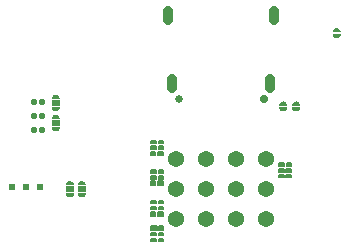
<source format=gbs>
G04 EAGLE Gerber RS-274X export*
G75*
%MOMM*%
%FSLAX34Y34*%
%LPD*%
%IN11_Solder Mask Bottom*%
%IPPOS*%
%AMOC8*
5,1,8,0,0,1.08239X$1,22.5*%
G01*
%ADD10C,0.720000*%
%ADD11C,0.670000*%
%ADD12C,0.870000*%
%ADD13C,0.870000*%
%ADD14C,0.570000*%
%ADD15R,0.670000X0.470000*%
%ADD16C,1.370000*%
%ADD17C,0.620000*%
%ADD18C,0.144300*%
%ADD19C,0.169200*%

G36*
X110422Y154021D02*
X110422Y154021D01*
X110423Y154021D01*
X111242Y154223D01*
X111243Y154223D01*
X111991Y154615D01*
X111991Y154616D01*
X111992Y154616D01*
X112623Y155175D01*
X112623Y155176D01*
X112624Y155176D01*
X113103Y155871D01*
X113104Y155872D01*
X113403Y156661D01*
X113403Y156662D01*
X113505Y157499D01*
X113501Y157505D01*
X113501Y157504D01*
X113500Y157505D01*
X106500Y157505D01*
X106495Y157501D01*
X106496Y157500D01*
X106495Y157499D01*
X106597Y156662D01*
X106597Y156661D01*
X106896Y155872D01*
X106897Y155871D01*
X107376Y155176D01*
X107377Y155176D01*
X107377Y155175D01*
X108008Y154616D01*
X108009Y154616D01*
X108009Y154615D01*
X108757Y154223D01*
X108758Y154223D01*
X109577Y154021D01*
X109578Y154021D01*
X110422Y154021D01*
X110422Y154021D01*
G37*
G36*
X348422Y215771D02*
X348422Y215771D01*
X348423Y215771D01*
X349242Y215973D01*
X349243Y215973D01*
X349991Y216365D01*
X349991Y216366D01*
X349992Y216366D01*
X350623Y216925D01*
X350623Y216926D01*
X350624Y216926D01*
X351103Y217621D01*
X351104Y217622D01*
X351403Y218411D01*
X351403Y218412D01*
X351404Y218418D01*
X351405Y218423D01*
X351406Y218433D01*
X351406Y218438D01*
X351408Y218453D01*
X351409Y218458D01*
X351410Y218468D01*
X351411Y218473D01*
X351412Y218483D01*
X351412Y218488D01*
X351414Y218498D01*
X351414Y218503D01*
X351415Y218513D01*
X351416Y218513D01*
X351415Y218513D01*
X351416Y218518D01*
X351418Y218533D01*
X351418Y218537D01*
X351419Y218538D01*
X351420Y218547D01*
X351420Y218552D01*
X351422Y218562D01*
X351422Y218567D01*
X351423Y218577D01*
X351424Y218582D01*
X351426Y218597D01*
X351426Y218602D01*
X351428Y218612D01*
X351428Y218617D01*
X351429Y218627D01*
X351430Y218632D01*
X351431Y218642D01*
X351432Y218647D01*
X351434Y218662D01*
X351434Y218667D01*
X351435Y218677D01*
X351436Y218682D01*
X351437Y218692D01*
X351438Y218696D01*
X351438Y218697D01*
X351439Y218706D01*
X351440Y218711D01*
X351441Y218721D01*
X351441Y218726D01*
X351442Y218731D01*
X351443Y218741D01*
X351444Y218746D01*
X351445Y218756D01*
X351446Y218761D01*
X351447Y218771D01*
X351447Y218776D01*
X351449Y218786D01*
X351449Y218791D01*
X351451Y218806D01*
X351452Y218811D01*
X351453Y218821D01*
X351453Y218826D01*
X351454Y218826D01*
X351453Y218826D01*
X351455Y218836D01*
X351455Y218841D01*
X351457Y218851D01*
X351457Y218855D01*
X351457Y218856D01*
X351459Y218870D01*
X351460Y218875D01*
X351461Y218885D01*
X351461Y218890D01*
X351463Y218900D01*
X351463Y218905D01*
X351464Y218915D01*
X351465Y218920D01*
X351467Y218935D01*
X351467Y218940D01*
X351469Y218950D01*
X351469Y218955D01*
X351470Y218965D01*
X351471Y218970D01*
X351472Y218980D01*
X351473Y218985D01*
X351474Y218995D01*
X351475Y219000D01*
X351476Y219014D01*
X351476Y219015D01*
X351477Y219019D01*
X351477Y219020D01*
X351478Y219029D01*
X351479Y219034D01*
X351480Y219044D01*
X351481Y219049D01*
X351482Y219059D01*
X351482Y219064D01*
X351484Y219079D01*
X351485Y219084D01*
X351486Y219094D01*
X351487Y219099D01*
X351488Y219109D01*
X351488Y219114D01*
X351489Y219114D01*
X351488Y219114D01*
X351490Y219124D01*
X351490Y219129D01*
X351492Y219144D01*
X351493Y219149D01*
X351494Y219159D01*
X351495Y219164D01*
X351496Y219173D01*
X351496Y219174D01*
X351496Y219178D01*
X351496Y219179D01*
X351498Y219188D01*
X351498Y219193D01*
X351500Y219208D01*
X351501Y219213D01*
X351502Y219223D01*
X351502Y219228D01*
X351504Y219238D01*
X351504Y219243D01*
X351505Y219249D01*
X351501Y219255D01*
X351501Y219254D01*
X351500Y219255D01*
X344500Y219255D01*
X344495Y219251D01*
X344496Y219250D01*
X344495Y219249D01*
X344597Y218412D01*
X344597Y218411D01*
X344896Y217622D01*
X344897Y217621D01*
X345376Y216926D01*
X345377Y216926D01*
X345377Y216925D01*
X346008Y216366D01*
X346009Y216366D01*
X346009Y216365D01*
X346757Y215973D01*
X346758Y215973D01*
X347577Y215771D01*
X347578Y215771D01*
X348422Y215771D01*
X348422Y215771D01*
G37*
G36*
X314022Y153771D02*
X314022Y153771D01*
X314023Y153771D01*
X314842Y153973D01*
X314843Y153973D01*
X315591Y154365D01*
X315591Y154366D01*
X315592Y154366D01*
X316223Y154925D01*
X316223Y154926D01*
X316224Y154926D01*
X316703Y155621D01*
X316704Y155622D01*
X317003Y156411D01*
X317003Y156412D01*
X317004Y156418D01*
X317005Y156423D01*
X317006Y156433D01*
X317006Y156438D01*
X317008Y156453D01*
X317009Y156458D01*
X317010Y156468D01*
X317011Y156473D01*
X317012Y156483D01*
X317012Y156488D01*
X317014Y156498D01*
X317014Y156503D01*
X317015Y156513D01*
X317016Y156513D01*
X317015Y156513D01*
X317016Y156518D01*
X317018Y156533D01*
X317018Y156537D01*
X317019Y156538D01*
X317020Y156547D01*
X317020Y156552D01*
X317022Y156562D01*
X317022Y156567D01*
X317023Y156577D01*
X317024Y156582D01*
X317026Y156597D01*
X317026Y156602D01*
X317028Y156612D01*
X317028Y156617D01*
X317029Y156627D01*
X317030Y156632D01*
X317031Y156642D01*
X317032Y156647D01*
X317034Y156662D01*
X317034Y156667D01*
X317035Y156677D01*
X317036Y156682D01*
X317037Y156692D01*
X317038Y156696D01*
X317038Y156697D01*
X317039Y156706D01*
X317040Y156711D01*
X317041Y156721D01*
X317041Y156726D01*
X317042Y156731D01*
X317043Y156741D01*
X317044Y156746D01*
X317045Y156756D01*
X317046Y156761D01*
X317047Y156771D01*
X317047Y156776D01*
X317049Y156786D01*
X317049Y156791D01*
X317051Y156806D01*
X317052Y156811D01*
X317053Y156821D01*
X317053Y156826D01*
X317054Y156826D01*
X317053Y156826D01*
X317055Y156836D01*
X317055Y156841D01*
X317057Y156851D01*
X317057Y156855D01*
X317057Y156856D01*
X317059Y156870D01*
X317060Y156875D01*
X317061Y156885D01*
X317061Y156890D01*
X317063Y156900D01*
X317063Y156905D01*
X317064Y156915D01*
X317065Y156920D01*
X317067Y156935D01*
X317067Y156940D01*
X317069Y156950D01*
X317069Y156955D01*
X317070Y156965D01*
X317071Y156970D01*
X317072Y156980D01*
X317073Y156985D01*
X317074Y156995D01*
X317075Y157000D01*
X317076Y157014D01*
X317076Y157015D01*
X317077Y157019D01*
X317077Y157020D01*
X317078Y157029D01*
X317079Y157034D01*
X317080Y157044D01*
X317081Y157049D01*
X317082Y157059D01*
X317082Y157064D01*
X317084Y157079D01*
X317085Y157084D01*
X317086Y157094D01*
X317087Y157099D01*
X317088Y157109D01*
X317088Y157114D01*
X317089Y157114D01*
X317088Y157114D01*
X317090Y157124D01*
X317090Y157129D01*
X317092Y157144D01*
X317093Y157149D01*
X317094Y157159D01*
X317095Y157164D01*
X317096Y157173D01*
X317096Y157174D01*
X317096Y157178D01*
X317096Y157179D01*
X317098Y157188D01*
X317098Y157193D01*
X317100Y157208D01*
X317101Y157213D01*
X317102Y157223D01*
X317102Y157228D01*
X317104Y157238D01*
X317104Y157243D01*
X317105Y157249D01*
X317101Y157255D01*
X317101Y157254D01*
X317100Y157255D01*
X310100Y157255D01*
X310095Y157251D01*
X310096Y157250D01*
X310095Y157249D01*
X310197Y156412D01*
X310197Y156411D01*
X310496Y155622D01*
X310497Y155621D01*
X310976Y154926D01*
X310977Y154926D01*
X310977Y154925D01*
X311608Y154366D01*
X311609Y154366D01*
X311609Y154365D01*
X312357Y153973D01*
X312358Y153973D01*
X313177Y153771D01*
X313178Y153771D01*
X314022Y153771D01*
X314022Y153771D01*
G37*
G36*
X303022Y153771D02*
X303022Y153771D01*
X303023Y153771D01*
X303842Y153973D01*
X303843Y153973D01*
X304591Y154365D01*
X304591Y154366D01*
X304592Y154366D01*
X305223Y154925D01*
X305223Y154926D01*
X305224Y154926D01*
X305703Y155621D01*
X305704Y155622D01*
X306003Y156411D01*
X306003Y156412D01*
X306004Y156418D01*
X306005Y156423D01*
X306006Y156433D01*
X306006Y156438D01*
X306008Y156453D01*
X306009Y156458D01*
X306010Y156468D01*
X306011Y156473D01*
X306012Y156483D01*
X306012Y156488D01*
X306014Y156498D01*
X306014Y156503D01*
X306015Y156513D01*
X306016Y156513D01*
X306015Y156513D01*
X306016Y156518D01*
X306018Y156533D01*
X306018Y156537D01*
X306019Y156538D01*
X306020Y156547D01*
X306020Y156552D01*
X306022Y156562D01*
X306022Y156567D01*
X306023Y156577D01*
X306024Y156582D01*
X306026Y156597D01*
X306026Y156602D01*
X306028Y156612D01*
X306028Y156617D01*
X306029Y156627D01*
X306030Y156632D01*
X306031Y156642D01*
X306032Y156647D01*
X306034Y156662D01*
X306034Y156667D01*
X306035Y156677D01*
X306036Y156682D01*
X306037Y156692D01*
X306038Y156696D01*
X306038Y156697D01*
X306039Y156706D01*
X306040Y156711D01*
X306041Y156721D01*
X306041Y156726D01*
X306042Y156731D01*
X306043Y156741D01*
X306044Y156746D01*
X306045Y156756D01*
X306046Y156761D01*
X306047Y156771D01*
X306047Y156776D01*
X306049Y156786D01*
X306049Y156791D01*
X306051Y156806D01*
X306052Y156811D01*
X306053Y156821D01*
X306053Y156826D01*
X306054Y156826D01*
X306053Y156826D01*
X306055Y156836D01*
X306055Y156841D01*
X306057Y156851D01*
X306057Y156855D01*
X306057Y156856D01*
X306059Y156870D01*
X306060Y156875D01*
X306061Y156885D01*
X306061Y156890D01*
X306063Y156900D01*
X306063Y156905D01*
X306064Y156915D01*
X306065Y156920D01*
X306067Y156935D01*
X306067Y156940D01*
X306069Y156950D01*
X306069Y156955D01*
X306070Y156965D01*
X306071Y156970D01*
X306072Y156980D01*
X306073Y156985D01*
X306074Y156995D01*
X306075Y157000D01*
X306076Y157014D01*
X306076Y157015D01*
X306077Y157019D01*
X306077Y157020D01*
X306078Y157029D01*
X306079Y157034D01*
X306080Y157044D01*
X306081Y157049D01*
X306082Y157059D01*
X306082Y157064D01*
X306084Y157079D01*
X306085Y157084D01*
X306086Y157094D01*
X306087Y157099D01*
X306088Y157109D01*
X306088Y157114D01*
X306089Y157114D01*
X306088Y157114D01*
X306090Y157124D01*
X306090Y157129D01*
X306092Y157144D01*
X306093Y157149D01*
X306094Y157159D01*
X306095Y157164D01*
X306096Y157173D01*
X306096Y157174D01*
X306096Y157178D01*
X306096Y157179D01*
X306098Y157188D01*
X306098Y157193D01*
X306100Y157208D01*
X306101Y157213D01*
X306102Y157223D01*
X306102Y157228D01*
X306104Y157238D01*
X306104Y157243D01*
X306105Y157249D01*
X306101Y157255D01*
X306101Y157254D01*
X306100Y157255D01*
X299100Y157255D01*
X299095Y157251D01*
X299096Y157250D01*
X299095Y157249D01*
X299197Y156412D01*
X299197Y156411D01*
X299496Y155622D01*
X299497Y155621D01*
X299976Y154926D01*
X299977Y154926D01*
X299977Y154925D01*
X300608Y154366D01*
X300609Y154366D01*
X300609Y154365D01*
X301357Y153973D01*
X301358Y153973D01*
X302177Y153771D01*
X302178Y153771D01*
X303022Y153771D01*
X303022Y153771D01*
G37*
G36*
X110422Y137021D02*
X110422Y137021D01*
X110423Y137021D01*
X111242Y137223D01*
X111243Y137223D01*
X111991Y137615D01*
X111991Y137616D01*
X111992Y137616D01*
X112623Y138175D01*
X112623Y138176D01*
X112624Y138176D01*
X113103Y138871D01*
X113104Y138872D01*
X113403Y139661D01*
X113403Y139662D01*
X113404Y139668D01*
X113405Y139673D01*
X113406Y139683D01*
X113406Y139688D01*
X113408Y139703D01*
X113409Y139708D01*
X113410Y139718D01*
X113411Y139723D01*
X113412Y139733D01*
X113412Y139738D01*
X113414Y139748D01*
X113414Y139753D01*
X113415Y139763D01*
X113416Y139763D01*
X113415Y139763D01*
X113416Y139768D01*
X113418Y139783D01*
X113418Y139787D01*
X113419Y139788D01*
X113420Y139797D01*
X113420Y139802D01*
X113422Y139812D01*
X113422Y139817D01*
X113423Y139827D01*
X113424Y139832D01*
X113426Y139847D01*
X113426Y139852D01*
X113428Y139862D01*
X113428Y139867D01*
X113429Y139877D01*
X113430Y139882D01*
X113431Y139892D01*
X113432Y139897D01*
X113434Y139912D01*
X113434Y139917D01*
X113435Y139927D01*
X113436Y139932D01*
X113437Y139942D01*
X113438Y139946D01*
X113438Y139947D01*
X113439Y139956D01*
X113440Y139961D01*
X113441Y139971D01*
X113441Y139976D01*
X113442Y139981D01*
X113443Y139991D01*
X113444Y139996D01*
X113445Y140006D01*
X113446Y140011D01*
X113447Y140021D01*
X113447Y140026D01*
X113449Y140036D01*
X113449Y140041D01*
X113451Y140056D01*
X113452Y140061D01*
X113453Y140071D01*
X113453Y140076D01*
X113454Y140076D01*
X113453Y140076D01*
X113455Y140086D01*
X113455Y140091D01*
X113457Y140101D01*
X113457Y140105D01*
X113457Y140106D01*
X113459Y140120D01*
X113460Y140125D01*
X113461Y140135D01*
X113461Y140140D01*
X113463Y140150D01*
X113463Y140155D01*
X113464Y140165D01*
X113465Y140170D01*
X113467Y140185D01*
X113467Y140190D01*
X113469Y140200D01*
X113469Y140205D01*
X113470Y140215D01*
X113471Y140220D01*
X113472Y140230D01*
X113473Y140235D01*
X113474Y140245D01*
X113475Y140250D01*
X113476Y140264D01*
X113476Y140265D01*
X113477Y140269D01*
X113477Y140270D01*
X113478Y140279D01*
X113479Y140284D01*
X113480Y140294D01*
X113481Y140299D01*
X113482Y140309D01*
X113482Y140314D01*
X113484Y140329D01*
X113485Y140334D01*
X113486Y140344D01*
X113487Y140349D01*
X113488Y140359D01*
X113488Y140364D01*
X113489Y140364D01*
X113488Y140364D01*
X113490Y140374D01*
X113490Y140379D01*
X113492Y140394D01*
X113493Y140399D01*
X113494Y140409D01*
X113495Y140414D01*
X113496Y140423D01*
X113496Y140424D01*
X113496Y140428D01*
X113496Y140429D01*
X113498Y140438D01*
X113498Y140443D01*
X113500Y140458D01*
X113501Y140463D01*
X113502Y140473D01*
X113502Y140478D01*
X113504Y140488D01*
X113504Y140493D01*
X113505Y140499D01*
X113501Y140505D01*
X113501Y140504D01*
X113500Y140505D01*
X106500Y140505D01*
X106495Y140501D01*
X106496Y140500D01*
X106495Y140499D01*
X106597Y139662D01*
X106597Y139661D01*
X106896Y138872D01*
X106897Y138871D01*
X107376Y138176D01*
X107377Y138176D01*
X107377Y138175D01*
X108008Y137616D01*
X108009Y137616D01*
X108009Y137615D01*
X108757Y137223D01*
X108758Y137223D01*
X109577Y137021D01*
X109578Y137021D01*
X110422Y137021D01*
X110422Y137021D01*
G37*
G36*
X132422Y81021D02*
X132422Y81021D01*
X132423Y81021D01*
X133242Y81223D01*
X133243Y81223D01*
X133991Y81615D01*
X133991Y81616D01*
X133992Y81616D01*
X134623Y82175D01*
X134623Y82176D01*
X134624Y82176D01*
X135103Y82871D01*
X135104Y82872D01*
X135403Y83661D01*
X135403Y83662D01*
X135404Y83668D01*
X135405Y83673D01*
X135406Y83683D01*
X135406Y83688D01*
X135408Y83703D01*
X135409Y83708D01*
X135410Y83718D01*
X135411Y83723D01*
X135412Y83733D01*
X135412Y83738D01*
X135414Y83748D01*
X135414Y83753D01*
X135415Y83763D01*
X135416Y83763D01*
X135415Y83763D01*
X135416Y83768D01*
X135418Y83783D01*
X135418Y83787D01*
X135419Y83788D01*
X135420Y83797D01*
X135420Y83802D01*
X135422Y83812D01*
X135422Y83817D01*
X135423Y83827D01*
X135424Y83832D01*
X135426Y83847D01*
X135426Y83852D01*
X135428Y83862D01*
X135428Y83867D01*
X135429Y83877D01*
X135430Y83882D01*
X135431Y83892D01*
X135432Y83897D01*
X135434Y83912D01*
X135434Y83917D01*
X135435Y83927D01*
X135436Y83932D01*
X135437Y83942D01*
X135438Y83946D01*
X135438Y83947D01*
X135439Y83956D01*
X135440Y83961D01*
X135441Y83971D01*
X135441Y83976D01*
X135442Y83981D01*
X135443Y83991D01*
X135444Y83996D01*
X135445Y84006D01*
X135446Y84011D01*
X135447Y84021D01*
X135447Y84026D01*
X135449Y84036D01*
X135449Y84041D01*
X135451Y84056D01*
X135452Y84061D01*
X135453Y84071D01*
X135453Y84076D01*
X135454Y84076D01*
X135453Y84076D01*
X135455Y84086D01*
X135455Y84091D01*
X135457Y84101D01*
X135457Y84105D01*
X135457Y84106D01*
X135459Y84120D01*
X135460Y84125D01*
X135461Y84135D01*
X135461Y84140D01*
X135463Y84150D01*
X135463Y84155D01*
X135464Y84165D01*
X135465Y84170D01*
X135467Y84185D01*
X135467Y84190D01*
X135469Y84200D01*
X135469Y84205D01*
X135470Y84215D01*
X135471Y84220D01*
X135472Y84230D01*
X135473Y84235D01*
X135474Y84245D01*
X135475Y84250D01*
X135476Y84264D01*
X135476Y84265D01*
X135477Y84269D01*
X135477Y84270D01*
X135478Y84279D01*
X135479Y84284D01*
X135480Y84294D01*
X135481Y84299D01*
X135482Y84309D01*
X135482Y84314D01*
X135484Y84329D01*
X135485Y84334D01*
X135486Y84344D01*
X135487Y84349D01*
X135488Y84359D01*
X135488Y84364D01*
X135489Y84364D01*
X135488Y84364D01*
X135490Y84374D01*
X135490Y84379D01*
X135492Y84394D01*
X135493Y84399D01*
X135494Y84409D01*
X135495Y84414D01*
X135496Y84423D01*
X135496Y84424D01*
X135496Y84428D01*
X135496Y84429D01*
X135498Y84438D01*
X135498Y84443D01*
X135500Y84458D01*
X135501Y84463D01*
X135502Y84473D01*
X135502Y84478D01*
X135504Y84488D01*
X135504Y84493D01*
X135505Y84499D01*
X135501Y84505D01*
X135501Y84504D01*
X135500Y84505D01*
X128500Y84505D01*
X128495Y84501D01*
X128496Y84500D01*
X128495Y84499D01*
X128597Y83662D01*
X128597Y83661D01*
X128896Y82872D01*
X128897Y82871D01*
X129376Y82176D01*
X129377Y82176D01*
X129377Y82175D01*
X130008Y81616D01*
X130009Y81616D01*
X130009Y81615D01*
X130757Y81223D01*
X130758Y81223D01*
X131577Y81021D01*
X131578Y81021D01*
X132422Y81021D01*
X132422Y81021D01*
G37*
G36*
X122422Y81021D02*
X122422Y81021D01*
X122423Y81021D01*
X123242Y81223D01*
X123243Y81223D01*
X123991Y81615D01*
X123991Y81616D01*
X123992Y81616D01*
X124623Y82175D01*
X124623Y82176D01*
X124624Y82176D01*
X125103Y82871D01*
X125104Y82872D01*
X125403Y83661D01*
X125403Y83662D01*
X125404Y83668D01*
X125405Y83673D01*
X125406Y83683D01*
X125406Y83688D01*
X125408Y83703D01*
X125409Y83708D01*
X125410Y83718D01*
X125411Y83723D01*
X125412Y83733D01*
X125412Y83738D01*
X125414Y83748D01*
X125414Y83753D01*
X125415Y83763D01*
X125416Y83763D01*
X125415Y83763D01*
X125416Y83768D01*
X125418Y83783D01*
X125418Y83787D01*
X125419Y83788D01*
X125420Y83797D01*
X125420Y83802D01*
X125422Y83812D01*
X125422Y83817D01*
X125423Y83827D01*
X125424Y83832D01*
X125426Y83847D01*
X125426Y83852D01*
X125428Y83862D01*
X125428Y83867D01*
X125429Y83877D01*
X125430Y83882D01*
X125431Y83892D01*
X125432Y83897D01*
X125434Y83912D01*
X125434Y83917D01*
X125435Y83927D01*
X125436Y83932D01*
X125437Y83942D01*
X125438Y83946D01*
X125438Y83947D01*
X125439Y83956D01*
X125440Y83961D01*
X125441Y83971D01*
X125441Y83976D01*
X125442Y83981D01*
X125443Y83991D01*
X125444Y83996D01*
X125445Y84006D01*
X125446Y84011D01*
X125447Y84021D01*
X125447Y84026D01*
X125449Y84036D01*
X125449Y84041D01*
X125451Y84056D01*
X125452Y84061D01*
X125453Y84071D01*
X125453Y84076D01*
X125454Y84076D01*
X125453Y84076D01*
X125455Y84086D01*
X125455Y84091D01*
X125457Y84101D01*
X125457Y84105D01*
X125457Y84106D01*
X125459Y84120D01*
X125460Y84125D01*
X125461Y84135D01*
X125461Y84140D01*
X125463Y84150D01*
X125463Y84155D01*
X125464Y84165D01*
X125465Y84170D01*
X125467Y84185D01*
X125467Y84190D01*
X125469Y84200D01*
X125469Y84205D01*
X125470Y84215D01*
X125471Y84220D01*
X125472Y84230D01*
X125473Y84235D01*
X125474Y84245D01*
X125475Y84250D01*
X125476Y84264D01*
X125476Y84265D01*
X125477Y84269D01*
X125477Y84270D01*
X125478Y84279D01*
X125479Y84284D01*
X125480Y84294D01*
X125481Y84299D01*
X125482Y84309D01*
X125482Y84314D01*
X125484Y84329D01*
X125485Y84334D01*
X125486Y84344D01*
X125487Y84349D01*
X125488Y84359D01*
X125488Y84364D01*
X125489Y84364D01*
X125488Y84364D01*
X125490Y84374D01*
X125490Y84379D01*
X125492Y84394D01*
X125493Y84399D01*
X125494Y84409D01*
X125495Y84414D01*
X125496Y84423D01*
X125496Y84424D01*
X125496Y84428D01*
X125496Y84429D01*
X125498Y84438D01*
X125498Y84443D01*
X125500Y84458D01*
X125501Y84463D01*
X125502Y84473D01*
X125502Y84478D01*
X125504Y84488D01*
X125504Y84493D01*
X125505Y84499D01*
X125501Y84505D01*
X125501Y84504D01*
X125500Y84505D01*
X118500Y84505D01*
X118495Y84501D01*
X118496Y84500D01*
X118495Y84499D01*
X118597Y83662D01*
X118597Y83661D01*
X118896Y82872D01*
X118897Y82871D01*
X119376Y82176D01*
X119377Y82176D01*
X119377Y82175D01*
X120008Y81616D01*
X120009Y81616D01*
X120009Y81615D01*
X120757Y81223D01*
X120758Y81223D01*
X121577Y81021D01*
X121578Y81021D01*
X122422Y81021D01*
X122422Y81021D01*
G37*
G36*
X351505Y220749D02*
X351505Y220749D01*
X351504Y220750D01*
X351505Y220751D01*
X351403Y221588D01*
X351403Y221589D01*
X351104Y222378D01*
X351103Y222379D01*
X350624Y223074D01*
X350623Y223074D01*
X350623Y223075D01*
X349992Y223634D01*
X349991Y223634D01*
X349991Y223635D01*
X349243Y224027D01*
X349242Y224027D01*
X348423Y224229D01*
X348422Y224229D01*
X347578Y224229D01*
X347577Y224229D01*
X346758Y224027D01*
X346757Y224027D01*
X346009Y223635D01*
X346009Y223634D01*
X346008Y223634D01*
X345377Y223075D01*
X345377Y223074D01*
X345376Y223074D01*
X344897Y222379D01*
X344896Y222378D01*
X344597Y221589D01*
X344597Y221588D01*
X344495Y220751D01*
X344499Y220745D01*
X344499Y220746D01*
X344500Y220745D01*
X351500Y220745D01*
X351505Y220749D01*
G37*
G36*
X317105Y158749D02*
X317105Y158749D01*
X317104Y158750D01*
X317105Y158751D01*
X317003Y159588D01*
X317003Y159589D01*
X316704Y160378D01*
X316703Y160379D01*
X316224Y161074D01*
X316223Y161074D01*
X316223Y161075D01*
X315592Y161634D01*
X315591Y161634D01*
X315591Y161635D01*
X314843Y162027D01*
X314842Y162027D01*
X314023Y162229D01*
X314022Y162229D01*
X313178Y162229D01*
X313177Y162229D01*
X312358Y162027D01*
X312357Y162027D01*
X311609Y161635D01*
X311609Y161634D01*
X311608Y161634D01*
X310977Y161075D01*
X310977Y161074D01*
X310976Y161074D01*
X310497Y160379D01*
X310496Y160378D01*
X310197Y159589D01*
X310197Y159588D01*
X310095Y158751D01*
X310099Y158745D01*
X310099Y158746D01*
X310100Y158745D01*
X317100Y158745D01*
X317105Y158749D01*
G37*
G36*
X306105Y158749D02*
X306105Y158749D01*
X306104Y158750D01*
X306105Y158751D01*
X306003Y159588D01*
X306003Y159589D01*
X305704Y160378D01*
X305703Y160379D01*
X305224Y161074D01*
X305223Y161074D01*
X305223Y161075D01*
X304592Y161634D01*
X304591Y161634D01*
X304591Y161635D01*
X303843Y162027D01*
X303842Y162027D01*
X303023Y162229D01*
X303022Y162229D01*
X302178Y162229D01*
X302177Y162229D01*
X301358Y162027D01*
X301357Y162027D01*
X300609Y161635D01*
X300609Y161634D01*
X300608Y161634D01*
X299977Y161075D01*
X299977Y161074D01*
X299976Y161074D01*
X299497Y160379D01*
X299496Y160378D01*
X299197Y159589D01*
X299197Y159588D01*
X299095Y158751D01*
X299099Y158745D01*
X299099Y158746D01*
X299100Y158745D01*
X306100Y158745D01*
X306105Y158749D01*
G37*
G36*
X113505Y147499D02*
X113505Y147499D01*
X113504Y147500D01*
X113505Y147501D01*
X113403Y148338D01*
X113403Y148339D01*
X113104Y149128D01*
X113103Y149129D01*
X112624Y149824D01*
X112623Y149824D01*
X112623Y149825D01*
X111992Y150384D01*
X111991Y150384D01*
X111991Y150385D01*
X111243Y150777D01*
X111242Y150777D01*
X110423Y150979D01*
X110422Y150979D01*
X109578Y150979D01*
X109577Y150979D01*
X108758Y150777D01*
X108757Y150777D01*
X108009Y150385D01*
X108009Y150384D01*
X108008Y150384D01*
X107377Y149825D01*
X107377Y149824D01*
X107376Y149824D01*
X106897Y149129D01*
X106896Y149128D01*
X106597Y148339D01*
X106597Y148338D01*
X106495Y147501D01*
X106499Y147495D01*
X106499Y147496D01*
X106500Y147495D01*
X113500Y147495D01*
X113505Y147499D01*
G37*
G36*
X135505Y91499D02*
X135505Y91499D01*
X135504Y91500D01*
X135505Y91501D01*
X135403Y92338D01*
X135403Y92339D01*
X135104Y93128D01*
X135103Y93129D01*
X134624Y93824D01*
X134623Y93824D01*
X134623Y93825D01*
X133992Y94384D01*
X133991Y94384D01*
X133991Y94385D01*
X133243Y94777D01*
X133242Y94777D01*
X132423Y94979D01*
X132422Y94979D01*
X131578Y94979D01*
X131577Y94979D01*
X130758Y94777D01*
X130757Y94777D01*
X130009Y94385D01*
X130009Y94384D01*
X130008Y94384D01*
X129377Y93825D01*
X129377Y93824D01*
X129376Y93824D01*
X128897Y93129D01*
X128896Y93128D01*
X128597Y92339D01*
X128597Y92338D01*
X128495Y91501D01*
X128499Y91495D01*
X128499Y91496D01*
X128500Y91495D01*
X135500Y91495D01*
X135505Y91499D01*
G37*
G36*
X125505Y91499D02*
X125505Y91499D01*
X125504Y91500D01*
X125505Y91501D01*
X125403Y92338D01*
X125403Y92339D01*
X125104Y93128D01*
X125103Y93129D01*
X124624Y93824D01*
X124623Y93824D01*
X124623Y93825D01*
X123992Y94384D01*
X123991Y94384D01*
X123991Y94385D01*
X123243Y94777D01*
X123242Y94777D01*
X122423Y94979D01*
X122422Y94979D01*
X121578Y94979D01*
X121577Y94979D01*
X120758Y94777D01*
X120757Y94777D01*
X120009Y94385D01*
X120009Y94384D01*
X120008Y94384D01*
X119377Y93825D01*
X119377Y93824D01*
X119376Y93824D01*
X118897Y93129D01*
X118896Y93128D01*
X118597Y92339D01*
X118597Y92338D01*
X118495Y91501D01*
X118499Y91495D01*
X118499Y91496D01*
X118500Y91495D01*
X125500Y91495D01*
X125505Y91499D01*
G37*
G36*
X113505Y164499D02*
X113505Y164499D01*
X113504Y164500D01*
X113505Y164501D01*
X113403Y165338D01*
X113403Y165339D01*
X113104Y166128D01*
X113103Y166129D01*
X112624Y166824D01*
X112623Y166824D01*
X112623Y166825D01*
X111992Y167384D01*
X111991Y167384D01*
X111991Y167385D01*
X111243Y167777D01*
X111242Y167777D01*
X110423Y167979D01*
X110422Y167979D01*
X109578Y167979D01*
X109577Y167979D01*
X108758Y167777D01*
X108757Y167777D01*
X108009Y167385D01*
X108009Y167384D01*
X108008Y167384D01*
X107377Y166825D01*
X107377Y166824D01*
X107376Y166824D01*
X106897Y166129D01*
X106896Y166128D01*
X106597Y165339D01*
X106597Y165338D01*
X106596Y165335D01*
X106596Y165330D01*
X106595Y165320D01*
X106594Y165316D01*
X106594Y165315D01*
X106593Y165306D01*
X106592Y165301D01*
X106590Y165286D01*
X106590Y165281D01*
X106589Y165271D01*
X106588Y165266D01*
X106587Y165256D01*
X106586Y165251D01*
X106585Y165241D01*
X106584Y165236D01*
X106583Y165221D01*
X106582Y165216D01*
X106581Y165206D01*
X106580Y165201D01*
X106579Y165191D01*
X106578Y165186D01*
X106577Y165176D01*
X106577Y165171D01*
X106575Y165157D01*
X106575Y165156D01*
X106574Y165152D01*
X106574Y165151D01*
X106573Y165142D01*
X106572Y165137D01*
X106571Y165127D01*
X106571Y165122D01*
X106570Y165122D01*
X106571Y165122D01*
X106569Y165112D01*
X106569Y165107D01*
X106567Y165097D01*
X106567Y165092D01*
X106565Y165077D01*
X106564Y165072D01*
X106563Y165062D01*
X106563Y165057D01*
X106561Y165047D01*
X106561Y165042D01*
X106560Y165032D01*
X106559Y165027D01*
X106557Y165012D01*
X106557Y165007D01*
X106555Y164998D01*
X106555Y164997D01*
X106555Y164993D01*
X106555Y164992D01*
X106554Y164983D01*
X106553Y164978D01*
X106552Y164968D01*
X106551Y164963D01*
X106549Y164948D01*
X106549Y164943D01*
X106548Y164933D01*
X106547Y164928D01*
X106546Y164918D01*
X106545Y164913D01*
X106544Y164903D01*
X106543Y164898D01*
X106542Y164888D01*
X106542Y164883D01*
X106541Y164878D01*
X106540Y164868D01*
X106539Y164863D01*
X106538Y164853D01*
X106537Y164848D01*
X106536Y164839D01*
X106536Y164838D01*
X106536Y164834D01*
X106535Y164834D01*
X106536Y164833D01*
X106534Y164824D01*
X106534Y164819D01*
X106532Y164804D01*
X106531Y164799D01*
X106530Y164789D01*
X106529Y164784D01*
X106528Y164774D01*
X106528Y164769D01*
X106526Y164759D01*
X106526Y164754D01*
X106524Y164739D01*
X106523Y164734D01*
X106522Y164724D01*
X106522Y164719D01*
X106520Y164709D01*
X106520Y164704D01*
X106519Y164694D01*
X106518Y164689D01*
X106516Y164675D01*
X106516Y164674D01*
X106516Y164670D01*
X106514Y164660D01*
X106514Y164655D01*
X106513Y164645D01*
X106512Y164640D01*
X106511Y164630D01*
X106510Y164625D01*
X106509Y164615D01*
X106508Y164610D01*
X106507Y164595D01*
X106506Y164590D01*
X106505Y164580D01*
X106504Y164575D01*
X106503Y164565D01*
X106502Y164560D01*
X106501Y164550D01*
X106501Y164545D01*
X106500Y164545D01*
X106501Y164545D01*
X106499Y164530D01*
X106498Y164525D01*
X106497Y164516D01*
X106497Y164515D01*
X106496Y164511D01*
X106495Y164501D01*
X106499Y164495D01*
X106499Y164496D01*
X106500Y164495D01*
X113500Y164495D01*
X113505Y164499D01*
G37*
D10*
X286000Y164000D03*
D11*
X214000Y164000D03*
D12*
X291300Y173500D02*
X291300Y181500D01*
X208700Y181500D02*
X208700Y173500D01*
X294900Y231000D02*
X294900Y239000D01*
X205100Y239000D02*
X205100Y231000D01*
X291300Y181500D02*
X291300Y173500D01*
X208700Y173500D02*
X208700Y181500D01*
X294900Y231000D02*
X294900Y239000D01*
X205100Y239000D02*
X205100Y231000D01*
D13*
X291300Y177500D03*
X208700Y177000D03*
X205100Y235000D03*
X294900Y235000D03*
D14*
X98500Y150000D03*
X91500Y150000D03*
X98500Y138000D03*
X91500Y138000D03*
X98500Y162000D03*
X91500Y162000D03*
D15*
X110000Y161000D03*
X110000Y144000D03*
D16*
X211900Y88000D03*
X237300Y88000D03*
X262700Y62600D03*
X262700Y88000D03*
X288100Y62600D03*
X211900Y113400D03*
X237300Y62600D03*
X262700Y113400D03*
X211900Y62600D03*
X288100Y113400D03*
X288100Y88000D03*
X237300Y113400D03*
D17*
X85000Y90000D03*
X73000Y90000D03*
X97000Y90000D03*
D15*
X122000Y88000D03*
X132000Y88000D03*
D18*
X190871Y43871D02*
X194929Y43871D01*
X190871Y43871D02*
X190871Y46129D01*
X194929Y46129D01*
X194929Y43871D01*
X194929Y45242D02*
X190871Y45242D01*
X197071Y43871D02*
X201129Y43871D01*
X197071Y43871D02*
X197071Y46129D01*
X201129Y46129D01*
X201129Y43871D01*
X201129Y45242D02*
X197071Y45242D01*
X194929Y48871D02*
X190871Y48871D01*
X190871Y51129D01*
X194929Y51129D01*
X194929Y48871D01*
X194929Y50242D02*
X190871Y50242D01*
X197071Y48871D02*
X201129Y48871D01*
X197071Y48871D02*
X197071Y51129D01*
X201129Y51129D01*
X201129Y48871D01*
X201129Y50242D02*
X197071Y50242D01*
D19*
X195504Y53496D02*
X190996Y53496D01*
X190996Y56504D01*
X195504Y56504D01*
X195504Y53496D01*
X195504Y55103D02*
X190996Y55103D01*
X197796Y53496D02*
X201004Y53496D01*
X197796Y53496D02*
X197796Y56504D01*
X201004Y56504D01*
X201004Y53496D01*
X201004Y55103D02*
X197796Y55103D01*
D18*
X197071Y78129D02*
X201129Y78129D01*
X201129Y75871D01*
X197071Y75871D01*
X197071Y78129D01*
X197071Y77242D02*
X201129Y77242D01*
X194929Y78129D02*
X190871Y78129D01*
X194929Y78129D02*
X194929Y75871D01*
X190871Y75871D01*
X190871Y78129D01*
X190871Y77242D02*
X194929Y77242D01*
X197071Y73129D02*
X201129Y73129D01*
X201129Y70871D01*
X197071Y70871D01*
X197071Y73129D01*
X197071Y72242D02*
X201129Y72242D01*
X194929Y73129D02*
X190871Y73129D01*
X194929Y73129D02*
X194929Y70871D01*
X190871Y70871D01*
X190871Y73129D01*
X190871Y72242D02*
X194929Y72242D01*
D19*
X196496Y68504D02*
X201004Y68504D01*
X201004Y65496D01*
X196496Y65496D01*
X196496Y68504D01*
X196496Y67103D02*
X201004Y67103D01*
X194204Y68504D02*
X190996Y68504D01*
X194204Y68504D02*
X194204Y65496D01*
X190996Y65496D01*
X190996Y68504D01*
X190996Y67103D02*
X194204Y67103D01*
D18*
X197071Y104129D02*
X201129Y104129D01*
X201129Y101871D01*
X197071Y101871D01*
X197071Y104129D01*
X197071Y103242D02*
X201129Y103242D01*
X194929Y104129D02*
X190871Y104129D01*
X194929Y104129D02*
X194929Y101871D01*
X190871Y101871D01*
X190871Y104129D01*
X190871Y103242D02*
X194929Y103242D01*
X197071Y99129D02*
X201129Y99129D01*
X201129Y96871D01*
X197071Y96871D01*
X197071Y99129D01*
X197071Y98242D02*
X201129Y98242D01*
X194929Y99129D02*
X190871Y99129D01*
X194929Y99129D02*
X194929Y96871D01*
X190871Y96871D01*
X190871Y99129D01*
X190871Y98242D02*
X194929Y98242D01*
D19*
X196496Y94504D02*
X201004Y94504D01*
X201004Y91496D01*
X196496Y91496D01*
X196496Y94504D01*
X196496Y93103D02*
X201004Y93103D01*
X194204Y94504D02*
X190996Y94504D01*
X194204Y94504D02*
X194204Y91496D01*
X190996Y91496D01*
X190996Y94504D01*
X190996Y93103D02*
X194204Y93103D01*
D18*
X298871Y97871D02*
X302929Y97871D01*
X298871Y97871D02*
X298871Y100129D01*
X302929Y100129D01*
X302929Y97871D01*
X302929Y99242D02*
X298871Y99242D01*
X305071Y97871D02*
X309129Y97871D01*
X305071Y97871D02*
X305071Y100129D01*
X309129Y100129D01*
X309129Y97871D01*
X309129Y99242D02*
X305071Y99242D01*
X302929Y102871D02*
X298871Y102871D01*
X298871Y105129D01*
X302929Y105129D01*
X302929Y102871D01*
X302929Y104242D02*
X298871Y104242D01*
X305071Y102871D02*
X309129Y102871D01*
X305071Y102871D02*
X305071Y105129D01*
X309129Y105129D01*
X309129Y102871D01*
X309129Y104242D02*
X305071Y104242D01*
D19*
X303504Y107496D02*
X298996Y107496D01*
X298996Y110504D01*
X303504Y110504D01*
X303504Y107496D01*
X303504Y109103D02*
X298996Y109103D01*
X305796Y107496D02*
X309004Y107496D01*
X305796Y107496D02*
X305796Y110504D01*
X309004Y110504D01*
X309004Y107496D01*
X309004Y109103D02*
X305796Y109103D01*
D18*
X201129Y129129D02*
X197071Y129129D01*
X201129Y129129D02*
X201129Y126871D01*
X197071Y126871D01*
X197071Y129129D01*
X197071Y128242D02*
X201129Y128242D01*
X194929Y129129D02*
X190871Y129129D01*
X194929Y129129D02*
X194929Y126871D01*
X190871Y126871D01*
X190871Y129129D01*
X190871Y128242D02*
X194929Y128242D01*
X197071Y124129D02*
X201129Y124129D01*
X201129Y121871D01*
X197071Y121871D01*
X197071Y124129D01*
X197071Y123242D02*
X201129Y123242D01*
X194929Y124129D02*
X190871Y124129D01*
X194929Y124129D02*
X194929Y121871D01*
X190871Y121871D01*
X190871Y124129D01*
X190871Y123242D02*
X194929Y123242D01*
D19*
X196496Y119504D02*
X201004Y119504D01*
X201004Y116496D01*
X196496Y116496D01*
X196496Y119504D01*
X196496Y118103D02*
X201004Y118103D01*
X194204Y119504D02*
X190996Y119504D01*
X194204Y119504D02*
X194204Y116496D01*
X190996Y116496D01*
X190996Y119504D01*
X190996Y118103D02*
X194204Y118103D01*
M02*

</source>
